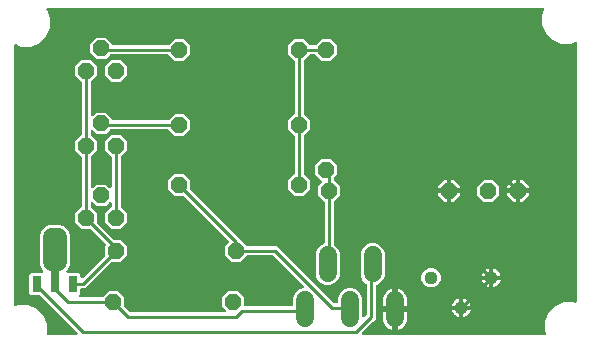
<source format=gbr>
G04 EAGLE Gerber RS-274X export*
G75*
%MOMM*%
%FSLAX34Y34*%
%LPD*%
%INTop Copper*%
%IPPOS*%
%AMOC8*
5,1,8,0,0,1.08239X$1,22.5*%
G01*
%ADD10P,1.429621X8X22.500000*%
%ADD11C,1.524000*%
%ADD12R,0.800000X1.400000*%
%ADD13R,0.800000X1.900000*%
%ADD14C,1.117600*%
%ADD15P,1.429621X8X112.500000*%
%ADD16P,1.429621X8X202.500000*%
%ADD17C,0.254000*%

G36*
X62803Y2558D02*
X62803Y2558D01*
X62942Y2571D01*
X62961Y2578D01*
X62981Y2581D01*
X63110Y2632D01*
X63241Y2679D01*
X63258Y2690D01*
X63277Y2698D01*
X63389Y2779D01*
X63505Y2857D01*
X63518Y2873D01*
X63534Y2884D01*
X63623Y2992D01*
X63715Y3096D01*
X63724Y3114D01*
X63737Y3129D01*
X63796Y3255D01*
X63860Y3379D01*
X63864Y3399D01*
X63873Y3417D01*
X63899Y3553D01*
X63929Y3689D01*
X63929Y3710D01*
X63933Y3729D01*
X63924Y3868D01*
X63920Y4007D01*
X63914Y4027D01*
X63913Y4047D01*
X63870Y4179D01*
X63831Y4313D01*
X63821Y4330D01*
X63815Y4349D01*
X63740Y4467D01*
X63670Y4587D01*
X63651Y4608D01*
X63645Y4618D01*
X63630Y4632D01*
X63563Y4707D01*
X32715Y35556D01*
X32637Y35616D01*
X32565Y35684D01*
X32512Y35713D01*
X32464Y35750D01*
X32373Y35790D01*
X32286Y35838D01*
X32228Y35853D01*
X32172Y35877D01*
X32074Y35892D01*
X31978Y35917D01*
X31878Y35923D01*
X31858Y35927D01*
X31846Y35925D01*
X31818Y35927D01*
X24662Y35927D01*
X23173Y37416D01*
X23173Y53520D01*
X24662Y55009D01*
X33770Y55009D01*
X33908Y55026D01*
X34046Y55039D01*
X34065Y55046D01*
X34085Y55049D01*
X34214Y55100D01*
X34345Y55147D01*
X34362Y55158D01*
X34381Y55166D01*
X34493Y55247D01*
X34608Y55325D01*
X34622Y55341D01*
X34638Y55352D01*
X34727Y55460D01*
X34819Y55564D01*
X34828Y55582D01*
X34841Y55597D01*
X34900Y55723D01*
X34963Y55847D01*
X34968Y55867D01*
X34976Y55885D01*
X35003Y56022D01*
X35033Y56157D01*
X35032Y56178D01*
X35036Y56197D01*
X35028Y56336D01*
X35023Y56475D01*
X35018Y56495D01*
X35017Y56515D01*
X34974Y56647D01*
X34935Y56781D01*
X34925Y56798D01*
X34918Y56817D01*
X34844Y56935D01*
X34773Y57055D01*
X34755Y57076D01*
X34748Y57086D01*
X34733Y57100D01*
X34667Y57175D01*
X33550Y58292D01*
X32003Y62027D01*
X32003Y87329D01*
X33550Y91064D01*
X36408Y93922D01*
X40143Y95469D01*
X49265Y95469D01*
X53000Y93922D01*
X55858Y91064D01*
X57405Y87329D01*
X57405Y62027D01*
X55858Y58292D01*
X54741Y57175D01*
X54656Y57066D01*
X54567Y56959D01*
X54558Y56940D01*
X54546Y56924D01*
X54491Y56797D01*
X54432Y56671D01*
X54428Y56651D01*
X54420Y56632D01*
X54398Y56494D01*
X54372Y56358D01*
X54373Y56338D01*
X54370Y56318D01*
X54383Y56179D01*
X54391Y56041D01*
X54398Y56022D01*
X54400Y56002D01*
X54447Y55870D01*
X54490Y55739D01*
X54500Y55721D01*
X54507Y55702D01*
X54585Y55587D01*
X54660Y55470D01*
X54674Y55456D01*
X54686Y55439D01*
X54790Y55347D01*
X54891Y55252D01*
X54909Y55242D01*
X54924Y55229D01*
X55048Y55165D01*
X55170Y55098D01*
X55189Y55093D01*
X55207Y55084D01*
X55343Y55054D01*
X55478Y55019D01*
X55506Y55017D01*
X55518Y55014D01*
X55538Y55015D01*
X55638Y55009D01*
X64746Y55009D01*
X66235Y53520D01*
X66235Y51828D01*
X66252Y51691D01*
X66265Y51552D01*
X66272Y51533D01*
X66275Y51513D01*
X66326Y51384D01*
X66373Y51253D01*
X66384Y51236D01*
X66392Y51217D01*
X66473Y51105D01*
X66551Y50989D01*
X66567Y50976D01*
X66578Y50960D01*
X66686Y50871D01*
X66790Y50779D01*
X66808Y50770D01*
X66823Y50757D01*
X66949Y50698D01*
X67073Y50634D01*
X67093Y50630D01*
X67111Y50621D01*
X67247Y50595D01*
X67383Y50565D01*
X67404Y50565D01*
X67423Y50561D01*
X67562Y50570D01*
X67701Y50574D01*
X67721Y50580D01*
X67741Y50581D01*
X67873Y50624D01*
X68007Y50663D01*
X68024Y50673D01*
X68043Y50679D01*
X68161Y50754D01*
X68281Y50824D01*
X68302Y50843D01*
X68312Y50849D01*
X68326Y50864D01*
X68401Y50931D01*
X87004Y69533D01*
X87064Y69611D01*
X87132Y69683D01*
X87161Y69736D01*
X87198Y69784D01*
X87238Y69875D01*
X87286Y69962D01*
X87301Y70020D01*
X87325Y70076D01*
X87340Y70174D01*
X87365Y70270D01*
X87371Y70370D01*
X87375Y70390D01*
X87373Y70402D01*
X87375Y70430D01*
X87375Y77448D01*
X87732Y77804D01*
X87804Y77898D01*
X87883Y77988D01*
X87894Y78009D01*
X87900Y78015D01*
X87906Y78029D01*
X87927Y78055D01*
X87974Y78165D01*
X88028Y78271D01*
X88037Y78310D01*
X88053Y78347D01*
X88072Y78465D01*
X88098Y78581D01*
X88096Y78621D01*
X88103Y78661D01*
X88092Y78780D01*
X88088Y78899D01*
X88077Y78938D01*
X88073Y78978D01*
X88033Y79090D01*
X88000Y79204D01*
X87979Y79239D01*
X87965Y79277D01*
X87898Y79376D01*
X87838Y79478D01*
X87798Y79524D01*
X87787Y79540D01*
X87771Y79554D01*
X87732Y79599D01*
X75247Y92084D01*
X75169Y92144D01*
X75097Y92212D01*
X75044Y92241D01*
X74996Y92278D01*
X74905Y92318D01*
X74818Y92366D01*
X74760Y92381D01*
X74704Y92405D01*
X74606Y92420D01*
X74510Y92445D01*
X74410Y92451D01*
X74390Y92455D01*
X74378Y92453D01*
X74350Y92455D01*
X67332Y92455D01*
X61975Y97812D01*
X61975Y105388D01*
X66938Y110350D01*
X66998Y110428D01*
X67066Y110500D01*
X67095Y110553D01*
X67132Y110601D01*
X67172Y110692D01*
X67220Y110779D01*
X67235Y110838D01*
X67259Y110893D01*
X67274Y110991D01*
X67299Y111087D01*
X67305Y111187D01*
X67309Y111207D01*
X67307Y111220D01*
X67309Y111248D01*
X67309Y152912D01*
X67297Y153011D01*
X67294Y153110D01*
X67277Y153168D01*
X67269Y153228D01*
X67233Y153320D01*
X67205Y153415D01*
X67175Y153467D01*
X67152Y153524D01*
X67094Y153604D01*
X67044Y153689D01*
X66978Y153764D01*
X66966Y153781D01*
X66956Y153789D01*
X66938Y153810D01*
X61975Y158772D01*
X61975Y166348D01*
X66938Y171310D01*
X66998Y171388D01*
X67066Y171460D01*
X67095Y171513D01*
X67132Y171561D01*
X67172Y171652D01*
X67220Y171739D01*
X67235Y171798D01*
X67259Y171853D01*
X67274Y171951D01*
X67299Y172047D01*
X67305Y172147D01*
X67309Y172167D01*
X67307Y172180D01*
X67309Y172208D01*
X67309Y216412D01*
X67297Y216511D01*
X67294Y216610D01*
X67277Y216668D01*
X67269Y216728D01*
X67233Y216820D01*
X67205Y216915D01*
X67175Y216967D01*
X67152Y217024D01*
X67094Y217104D01*
X67044Y217189D01*
X66978Y217264D01*
X66966Y217281D01*
X66956Y217289D01*
X66938Y217310D01*
X61975Y222272D01*
X61975Y229848D01*
X67332Y235205D01*
X74908Y235205D01*
X80265Y229848D01*
X80265Y222272D01*
X75302Y217310D01*
X75242Y217232D01*
X75174Y217160D01*
X75145Y217107D01*
X75108Y217059D01*
X75068Y216968D01*
X75020Y216881D01*
X75005Y216822D01*
X74981Y216767D01*
X74966Y216669D01*
X74941Y216573D01*
X74935Y216473D01*
X74931Y216453D01*
X74933Y216440D01*
X74931Y216412D01*
X74931Y188718D01*
X74948Y188580D01*
X74961Y188441D01*
X74968Y188422D01*
X74971Y188402D01*
X75022Y188273D01*
X75069Y188142D01*
X75080Y188125D01*
X75088Y188106D01*
X75169Y187994D01*
X75247Y187879D01*
X75263Y187865D01*
X75274Y187849D01*
X75382Y187760D01*
X75486Y187668D01*
X75504Y187659D01*
X75519Y187646D01*
X75645Y187587D01*
X75769Y187524D01*
X75789Y187519D01*
X75807Y187511D01*
X75943Y187485D01*
X76079Y187454D01*
X76100Y187455D01*
X76119Y187451D01*
X76258Y187459D01*
X76397Y187464D01*
X76417Y187469D01*
X76437Y187471D01*
X76569Y187513D01*
X76703Y187552D01*
X76720Y187562D01*
X76739Y187569D01*
X76857Y187643D01*
X76977Y187714D01*
X76998Y187732D01*
X77008Y187739D01*
X77022Y187754D01*
X77097Y187820D01*
X80032Y190755D01*
X87608Y190755D01*
X92968Y185395D01*
X92980Y185302D01*
X92987Y185183D01*
X93000Y185145D01*
X93005Y185104D01*
X93048Y184994D01*
X93085Y184881D01*
X93107Y184846D01*
X93122Y184809D01*
X93191Y184713D01*
X93255Y184612D01*
X93285Y184584D01*
X93308Y184551D01*
X93400Y184475D01*
X93487Y184394D01*
X93522Y184374D01*
X93553Y184349D01*
X93661Y184298D01*
X93765Y184240D01*
X93805Y184230D01*
X93841Y184213D01*
X93958Y184191D01*
X94073Y184161D01*
X94133Y184157D01*
X94153Y184153D01*
X94174Y184155D01*
X94234Y184151D01*
X140212Y184151D01*
X140311Y184163D01*
X140410Y184166D01*
X140468Y184183D01*
X140528Y184191D01*
X140620Y184227D01*
X140715Y184255D01*
X140767Y184285D01*
X140824Y184308D01*
X140904Y184366D01*
X140989Y184416D01*
X141064Y184482D01*
X141081Y184494D01*
X141089Y184504D01*
X141110Y184522D01*
X146072Y189485D01*
X153648Y189485D01*
X159005Y184128D01*
X159005Y176552D01*
X153648Y171195D01*
X146072Y171195D01*
X141110Y176158D01*
X141032Y176218D01*
X140960Y176286D01*
X140907Y176315D01*
X140859Y176352D01*
X140768Y176392D01*
X140681Y176440D01*
X140622Y176455D01*
X140567Y176479D01*
X140469Y176494D01*
X140373Y176519D01*
X140273Y176525D01*
X140253Y176529D01*
X140240Y176527D01*
X140212Y176529D01*
X92198Y176529D01*
X92099Y176517D01*
X92000Y176514D01*
X91942Y176497D01*
X91882Y176489D01*
X91790Y176453D01*
X91695Y176425D01*
X91643Y176395D01*
X91586Y176372D01*
X91506Y176314D01*
X91421Y176264D01*
X91346Y176198D01*
X91329Y176186D01*
X91321Y176176D01*
X91300Y176158D01*
X87608Y172465D01*
X80032Y172465D01*
X77097Y175400D01*
X76988Y175485D01*
X76881Y175574D01*
X76862Y175582D01*
X76846Y175595D01*
X76718Y175650D01*
X76593Y175709D01*
X76573Y175713D01*
X76554Y175721D01*
X76416Y175743D01*
X76280Y175769D01*
X76260Y175768D01*
X76240Y175771D01*
X76101Y175758D01*
X75963Y175749D01*
X75944Y175743D01*
X75924Y175741D01*
X75792Y175694D01*
X75661Y175651D01*
X75643Y175641D01*
X75624Y175634D01*
X75509Y175556D01*
X75392Y175481D01*
X75378Y175466D01*
X75361Y175455D01*
X75269Y175351D01*
X75174Y175250D01*
X75164Y175232D01*
X75151Y175217D01*
X75087Y175093D01*
X75020Y174971D01*
X75015Y174952D01*
X75006Y174933D01*
X74976Y174798D01*
X74941Y174663D01*
X74939Y174635D01*
X74936Y174623D01*
X74937Y174603D01*
X74931Y174502D01*
X74931Y172208D01*
X74943Y172109D01*
X74946Y172010D01*
X74963Y171952D01*
X74971Y171892D01*
X75007Y171800D01*
X75035Y171705D01*
X75065Y171653D01*
X75088Y171596D01*
X75146Y171516D01*
X75196Y171431D01*
X75262Y171356D01*
X75274Y171339D01*
X75284Y171331D01*
X75302Y171310D01*
X80265Y166348D01*
X80265Y158772D01*
X75302Y153810D01*
X75242Y153732D01*
X75174Y153660D01*
X75145Y153607D01*
X75108Y153559D01*
X75068Y153468D01*
X75020Y153381D01*
X75005Y153322D01*
X74981Y153267D01*
X74966Y153169D01*
X74941Y153073D01*
X74935Y152973D01*
X74931Y152953D01*
X74933Y152940D01*
X74931Y152912D01*
X74931Y127758D01*
X74948Y127620D01*
X74961Y127481D01*
X74968Y127462D01*
X74971Y127442D01*
X75022Y127313D01*
X75069Y127182D01*
X75080Y127165D01*
X75088Y127146D01*
X75169Y127034D01*
X75247Y126919D01*
X75263Y126905D01*
X75274Y126889D01*
X75382Y126800D01*
X75486Y126708D01*
X75504Y126699D01*
X75519Y126686D01*
X75645Y126627D01*
X75769Y126564D01*
X75789Y126559D01*
X75807Y126551D01*
X75943Y126525D01*
X76079Y126494D01*
X76100Y126495D01*
X76119Y126491D01*
X76258Y126499D01*
X76397Y126504D01*
X76417Y126509D01*
X76437Y126511D01*
X76569Y126553D01*
X76703Y126592D01*
X76720Y126602D01*
X76739Y126609D01*
X76857Y126683D01*
X76977Y126754D01*
X76998Y126772D01*
X77008Y126779D01*
X77022Y126794D01*
X77097Y126860D01*
X80032Y129795D01*
X87608Y129795D01*
X90543Y126860D01*
X90652Y126775D01*
X90759Y126686D01*
X90778Y126678D01*
X90794Y126665D01*
X90922Y126610D01*
X91047Y126551D01*
X91067Y126547D01*
X91086Y126539D01*
X91224Y126517D01*
X91360Y126491D01*
X91380Y126492D01*
X91400Y126489D01*
X91539Y126502D01*
X91677Y126511D01*
X91696Y126517D01*
X91716Y126519D01*
X91848Y126566D01*
X91979Y126609D01*
X91997Y126619D01*
X92016Y126626D01*
X92131Y126704D01*
X92248Y126779D01*
X92262Y126794D01*
X92279Y126805D01*
X92371Y126909D01*
X92466Y127010D01*
X92476Y127028D01*
X92489Y127043D01*
X92553Y127167D01*
X92620Y127289D01*
X92625Y127308D01*
X92634Y127327D01*
X92664Y127462D01*
X92699Y127597D01*
X92701Y127625D01*
X92704Y127637D01*
X92703Y127657D01*
X92709Y127758D01*
X92709Y152912D01*
X92697Y153011D01*
X92694Y153110D01*
X92677Y153168D01*
X92669Y153228D01*
X92633Y153320D01*
X92605Y153415D01*
X92575Y153467D01*
X92552Y153524D01*
X92494Y153604D01*
X92444Y153689D01*
X92378Y153764D01*
X92366Y153781D01*
X92356Y153789D01*
X92338Y153810D01*
X87375Y158772D01*
X87375Y166348D01*
X92732Y171705D01*
X100308Y171705D01*
X105665Y166348D01*
X105665Y158772D01*
X100702Y153810D01*
X100642Y153732D01*
X100574Y153660D01*
X100545Y153607D01*
X100508Y153559D01*
X100468Y153468D01*
X100420Y153381D01*
X100405Y153322D01*
X100381Y153267D01*
X100366Y153169D01*
X100341Y153073D01*
X100335Y152973D01*
X100331Y152953D01*
X100333Y152940D01*
X100331Y152912D01*
X100331Y111248D01*
X100343Y111149D01*
X100346Y111050D01*
X100363Y110992D01*
X100371Y110932D01*
X100407Y110840D01*
X100435Y110745D01*
X100465Y110693D01*
X100488Y110636D01*
X100546Y110556D01*
X100596Y110471D01*
X100662Y110396D01*
X100674Y110379D01*
X100684Y110371D01*
X100702Y110350D01*
X105665Y105388D01*
X105665Y97812D01*
X100308Y92455D01*
X92732Y92455D01*
X87375Y97812D01*
X87375Y105388D01*
X92338Y110350D01*
X92398Y110428D01*
X92466Y110500D01*
X92495Y110553D01*
X92532Y110601D01*
X92572Y110692D01*
X92620Y110779D01*
X92635Y110838D01*
X92659Y110893D01*
X92674Y110991D01*
X92699Y111087D01*
X92705Y111187D01*
X92709Y111207D01*
X92707Y111220D01*
X92709Y111248D01*
X92709Y113542D01*
X92692Y113680D01*
X92679Y113819D01*
X92672Y113838D01*
X92669Y113858D01*
X92618Y113987D01*
X92571Y114118D01*
X92560Y114135D01*
X92552Y114154D01*
X92471Y114266D01*
X92393Y114381D01*
X92377Y114395D01*
X92366Y114411D01*
X92258Y114500D01*
X92154Y114592D01*
X92136Y114601D01*
X92121Y114614D01*
X91995Y114673D01*
X91871Y114736D01*
X91851Y114741D01*
X91833Y114749D01*
X91697Y114775D01*
X91561Y114806D01*
X91540Y114805D01*
X91521Y114809D01*
X91382Y114801D01*
X91243Y114796D01*
X91223Y114791D01*
X91203Y114789D01*
X91071Y114747D01*
X90937Y114708D01*
X90920Y114698D01*
X90901Y114691D01*
X90783Y114617D01*
X90663Y114546D01*
X90642Y114528D01*
X90632Y114521D01*
X90618Y114506D01*
X90543Y114440D01*
X87608Y111505D01*
X80032Y111505D01*
X77097Y114440D01*
X76988Y114525D01*
X76881Y114614D01*
X76862Y114622D01*
X76846Y114635D01*
X76718Y114690D01*
X76593Y114749D01*
X76573Y114753D01*
X76554Y114761D01*
X76416Y114783D01*
X76280Y114809D01*
X76260Y114808D01*
X76240Y114811D01*
X76101Y114798D01*
X75963Y114789D01*
X75944Y114783D01*
X75924Y114781D01*
X75792Y114734D01*
X75661Y114691D01*
X75643Y114681D01*
X75624Y114674D01*
X75509Y114596D01*
X75392Y114521D01*
X75378Y114506D01*
X75361Y114495D01*
X75269Y114391D01*
X75174Y114290D01*
X75164Y114272D01*
X75151Y114257D01*
X75087Y114133D01*
X75020Y114011D01*
X75015Y113992D01*
X75006Y113973D01*
X74976Y113838D01*
X74941Y113703D01*
X74939Y113675D01*
X74936Y113663D01*
X74937Y113643D01*
X74931Y113542D01*
X74931Y111248D01*
X74943Y111149D01*
X74946Y111050D01*
X74963Y110992D01*
X74971Y110932D01*
X75007Y110840D01*
X75035Y110745D01*
X75065Y110693D01*
X75088Y110636D01*
X75146Y110556D01*
X75196Y110471D01*
X75262Y110396D01*
X75274Y110379D01*
X75284Y110371D01*
X75302Y110350D01*
X80265Y105388D01*
X80265Y98370D01*
X80277Y98272D01*
X80280Y98173D01*
X80297Y98115D01*
X80305Y98055D01*
X80341Y97963D01*
X80369Y97867D01*
X80399Y97815D01*
X80422Y97759D01*
X80480Y97679D01*
X80530Y97594D01*
X80596Y97518D01*
X80608Y97502D01*
X80618Y97494D01*
X80636Y97473D01*
X94933Y83176D01*
X95011Y83116D01*
X95083Y83048D01*
X95136Y83019D01*
X95184Y82982D01*
X95275Y82942D01*
X95362Y82894D01*
X95420Y82879D01*
X95476Y82855D01*
X95574Y82840D01*
X95670Y82815D01*
X95770Y82809D01*
X95790Y82805D01*
X95802Y82807D01*
X95830Y82805D01*
X100308Y82805D01*
X105665Y77448D01*
X105665Y69872D01*
X100308Y64515D01*
X93290Y64515D01*
X93192Y64503D01*
X93093Y64500D01*
X93035Y64483D01*
X92975Y64475D01*
X92883Y64439D01*
X92787Y64411D01*
X92735Y64381D01*
X92679Y64358D01*
X92599Y64300D01*
X92514Y64250D01*
X92438Y64184D01*
X92422Y64172D01*
X92414Y64162D01*
X92393Y64144D01*
X70158Y41909D01*
X67504Y41909D01*
X67386Y41894D01*
X67267Y41887D01*
X67229Y41874D01*
X67188Y41869D01*
X67078Y41826D01*
X66965Y41789D01*
X66930Y41767D01*
X66893Y41752D01*
X66797Y41683D01*
X66696Y41619D01*
X66668Y41589D01*
X66635Y41566D01*
X66559Y41474D01*
X66478Y41387D01*
X66458Y41352D01*
X66433Y41321D01*
X66382Y41213D01*
X66324Y41109D01*
X66314Y41069D01*
X66297Y41033D01*
X66275Y40916D01*
X66245Y40801D01*
X66241Y40741D01*
X66237Y40721D01*
X66238Y40704D01*
X66237Y40699D01*
X66238Y40689D01*
X66235Y40640D01*
X66235Y37416D01*
X65277Y36457D01*
X65192Y36348D01*
X65103Y36241D01*
X65094Y36222D01*
X65082Y36206D01*
X65026Y36079D01*
X64967Y35953D01*
X64963Y35933D01*
X64955Y35914D01*
X64933Y35776D01*
X64907Y35640D01*
X64909Y35620D01*
X64905Y35600D01*
X64919Y35461D01*
X64927Y35323D01*
X64933Y35304D01*
X64935Y35284D01*
X64982Y35152D01*
X65025Y35021D01*
X65036Y35003D01*
X65043Y34984D01*
X65121Y34869D01*
X65195Y34752D01*
X65210Y34738D01*
X65221Y34721D01*
X65326Y34629D01*
X65427Y34534D01*
X65445Y34524D01*
X65460Y34511D01*
X65584Y34447D01*
X65705Y34380D01*
X65725Y34375D01*
X65743Y34366D01*
X65879Y34336D01*
X66013Y34301D01*
X66041Y34299D01*
X66053Y34296D01*
X66074Y34297D01*
X66174Y34291D01*
X84332Y34291D01*
X84431Y34303D01*
X84530Y34306D01*
X84588Y34323D01*
X84648Y34331D01*
X84740Y34367D01*
X84835Y34395D01*
X84887Y34425D01*
X84944Y34448D01*
X85024Y34506D01*
X85109Y34556D01*
X85184Y34622D01*
X85201Y34634D01*
X85209Y34644D01*
X85230Y34662D01*
X90192Y39625D01*
X97768Y39625D01*
X103125Y34268D01*
X103125Y27250D01*
X103137Y27152D01*
X103140Y27053D01*
X103157Y26995D01*
X103165Y26935D01*
X103201Y26843D01*
X103229Y26747D01*
X103259Y26695D01*
X103282Y26639D01*
X103340Y26559D01*
X103390Y26474D01*
X103456Y26398D01*
X103468Y26382D01*
X103478Y26374D01*
X103496Y26353D01*
X107887Y21962D01*
X107965Y21902D01*
X108037Y21834D01*
X108090Y21805D01*
X108138Y21768D01*
X108229Y21728D01*
X108316Y21680D01*
X108374Y21665D01*
X108430Y21641D01*
X108528Y21626D01*
X108624Y21601D01*
X108724Y21595D01*
X108744Y21591D01*
X108756Y21593D01*
X108784Y21591D01*
X188472Y21591D01*
X188610Y21608D01*
X188749Y21621D01*
X188768Y21628D01*
X188788Y21631D01*
X188917Y21682D01*
X189048Y21729D01*
X189065Y21740D01*
X189084Y21748D01*
X189196Y21829D01*
X189311Y21907D01*
X189325Y21923D01*
X189341Y21934D01*
X189430Y22042D01*
X189522Y22146D01*
X189531Y22164D01*
X189544Y22179D01*
X189603Y22305D01*
X189666Y22429D01*
X189671Y22449D01*
X189679Y22467D01*
X189705Y22603D01*
X189736Y22739D01*
X189735Y22760D01*
X189739Y22779D01*
X189731Y22918D01*
X189726Y23057D01*
X189721Y23077D01*
X189719Y23097D01*
X189677Y23229D01*
X189638Y23363D01*
X189628Y23380D01*
X189621Y23399D01*
X189547Y23517D01*
X189476Y23637D01*
X189458Y23658D01*
X189451Y23668D01*
X189436Y23682D01*
X189370Y23757D01*
X186435Y26692D01*
X186435Y34268D01*
X191792Y39625D01*
X199368Y39625D01*
X204725Y34268D01*
X204725Y27940D01*
X204740Y27822D01*
X204747Y27703D01*
X204760Y27665D01*
X204765Y27624D01*
X204808Y27514D01*
X204845Y27401D01*
X204867Y27366D01*
X204882Y27329D01*
X204951Y27233D01*
X205015Y27132D01*
X205045Y27104D01*
X205068Y27071D01*
X205160Y26995D01*
X205247Y26914D01*
X205282Y26894D01*
X205313Y26869D01*
X205421Y26818D01*
X205525Y26760D01*
X205565Y26750D01*
X205601Y26733D01*
X205718Y26711D01*
X205833Y26681D01*
X205893Y26677D01*
X205913Y26673D01*
X205934Y26675D01*
X205994Y26671D01*
X245110Y26671D01*
X245228Y26686D01*
X245347Y26693D01*
X245385Y26706D01*
X245426Y26711D01*
X245536Y26754D01*
X245649Y26791D01*
X245684Y26813D01*
X245721Y26828D01*
X245817Y26897D01*
X245918Y26961D01*
X245946Y26991D01*
X245979Y27014D01*
X246055Y27106D01*
X246136Y27193D01*
X246156Y27228D01*
X246181Y27259D01*
X246232Y27367D01*
X246290Y27471D01*
X246300Y27511D01*
X246317Y27547D01*
X246339Y27664D01*
X246369Y27779D01*
X246373Y27839D01*
X246377Y27859D01*
X246375Y27880D01*
X246379Y27940D01*
X246379Y33771D01*
X247926Y37506D01*
X250784Y40364D01*
X254555Y41926D01*
X254573Y41928D01*
X254712Y41941D01*
X254731Y41948D01*
X254751Y41951D01*
X254880Y42002D01*
X255011Y42049D01*
X255028Y42060D01*
X255047Y42068D01*
X255159Y42149D01*
X255275Y42227D01*
X255288Y42243D01*
X255304Y42254D01*
X255393Y42362D01*
X255485Y42466D01*
X255494Y42484D01*
X255507Y42499D01*
X255566Y42625D01*
X255630Y42749D01*
X255634Y42769D01*
X255643Y42787D01*
X255669Y42923D01*
X255699Y43059D01*
X255699Y43080D01*
X255703Y43099D01*
X255694Y43238D01*
X255690Y43377D01*
X255684Y43397D01*
X255683Y43417D01*
X255640Y43549D01*
X255601Y43683D01*
X255591Y43700D01*
X255585Y43719D01*
X255510Y43837D01*
X255440Y43957D01*
X255421Y43978D01*
X255415Y43988D01*
X255400Y44002D01*
X255333Y44077D01*
X229933Y69478D01*
X229855Y69538D01*
X229783Y69606D01*
X229730Y69635D01*
X229682Y69672D01*
X229591Y69712D01*
X229504Y69760D01*
X229446Y69775D01*
X229390Y69799D01*
X229292Y69814D01*
X229196Y69839D01*
X229096Y69845D01*
X229076Y69849D01*
X229064Y69847D01*
X229036Y69849D01*
X207768Y69849D01*
X207669Y69837D01*
X207570Y69834D01*
X207512Y69817D01*
X207452Y69809D01*
X207360Y69773D01*
X207265Y69745D01*
X207213Y69715D01*
X207156Y69692D01*
X207076Y69634D01*
X206991Y69584D01*
X206916Y69518D01*
X206899Y69506D01*
X206891Y69496D01*
X206870Y69478D01*
X201908Y64515D01*
X194332Y64515D01*
X188975Y69872D01*
X188975Y77448D01*
X191872Y80344D01*
X191945Y80438D01*
X192023Y80528D01*
X192035Y80550D01*
X192038Y80554D01*
X192044Y80566D01*
X192067Y80595D01*
X192114Y80705D01*
X192168Y80811D01*
X192177Y80850D01*
X192193Y80887D01*
X192212Y81005D01*
X192238Y81121D01*
X192236Y81161D01*
X192243Y81201D01*
X192232Y81320D01*
X192228Y81439D01*
X192217Y81478D01*
X192213Y81518D01*
X192173Y81630D01*
X192140Y81744D01*
X192119Y81779D01*
X192105Y81817D01*
X192039Y81916D01*
X191978Y82018D01*
X191938Y82064D01*
X191927Y82080D01*
X191912Y82094D01*
X191872Y82139D01*
X153987Y120024D01*
X153909Y120084D01*
X153837Y120152D01*
X153784Y120181D01*
X153736Y120218D01*
X153645Y120258D01*
X153558Y120306D01*
X153500Y120321D01*
X153444Y120345D01*
X153346Y120360D01*
X153251Y120385D01*
X153150Y120391D01*
X153130Y120395D01*
X153118Y120393D01*
X153090Y120395D01*
X146072Y120395D01*
X140715Y125752D01*
X140715Y133328D01*
X146072Y138685D01*
X153648Y138685D01*
X159005Y133328D01*
X159005Y126310D01*
X159017Y126212D01*
X159020Y126113D01*
X159037Y126055D01*
X159045Y125995D01*
X159081Y125903D01*
X159109Y125807D01*
X159139Y125755D01*
X159162Y125699D01*
X159220Y125619D01*
X159270Y125534D01*
X159336Y125458D01*
X159348Y125442D01*
X159358Y125434D01*
X159376Y125413D01*
X202084Y82705D01*
X202088Y82696D01*
X202146Y82616D01*
X202196Y82531D01*
X202262Y82456D01*
X202274Y82439D01*
X202284Y82431D01*
X202302Y82410D01*
X206870Y77842D01*
X206948Y77782D01*
X207020Y77714D01*
X207073Y77685D01*
X207121Y77648D01*
X207212Y77608D01*
X207299Y77560D01*
X207358Y77545D01*
X207413Y77521D01*
X207511Y77506D01*
X207607Y77481D01*
X207707Y77475D01*
X207727Y77471D01*
X207740Y77473D01*
X207768Y77471D01*
X232718Y77471D01*
X280607Y29582D01*
X280685Y29522D01*
X280757Y29454D01*
X280810Y29425D01*
X280858Y29388D01*
X280949Y29348D01*
X281036Y29300D01*
X281094Y29285D01*
X281150Y29261D01*
X281248Y29246D01*
X281344Y29221D01*
X281444Y29215D01*
X281464Y29211D01*
X281476Y29213D01*
X281504Y29211D01*
X283210Y29211D01*
X283328Y29226D01*
X283447Y29233D01*
X283485Y29246D01*
X283526Y29251D01*
X283636Y29294D01*
X283749Y29331D01*
X283784Y29353D01*
X283821Y29368D01*
X283917Y29437D01*
X284018Y29501D01*
X284046Y29531D01*
X284079Y29554D01*
X284155Y29646D01*
X284236Y29733D01*
X284256Y29768D01*
X284281Y29799D01*
X284332Y29907D01*
X284390Y30011D01*
X284400Y30051D01*
X284417Y30087D01*
X284439Y30204D01*
X284469Y30319D01*
X284473Y30379D01*
X284477Y30399D01*
X284475Y30420D01*
X284479Y30480D01*
X284479Y33771D01*
X286026Y37506D01*
X288884Y40364D01*
X292619Y41911D01*
X296661Y41911D01*
X300396Y40364D01*
X303254Y37506D01*
X304801Y33771D01*
X304801Y18614D01*
X304818Y18476D01*
X304831Y18338D01*
X304838Y18319D01*
X304841Y18299D01*
X304892Y18170D01*
X304939Y18038D01*
X304950Y18022D01*
X304958Y18003D01*
X305039Y17891D01*
X305117Y17775D01*
X305133Y17762D01*
X305144Y17746D01*
X305252Y17657D01*
X305356Y17565D01*
X305374Y17556D01*
X305389Y17543D01*
X305515Y17484D01*
X305639Y17420D01*
X305659Y17416D01*
X305677Y17407D01*
X305814Y17381D01*
X305949Y17351D01*
X305970Y17351D01*
X305989Y17347D01*
X306128Y17356D01*
X306267Y17360D01*
X306287Y17366D01*
X306307Y17367D01*
X306439Y17410D01*
X306573Y17449D01*
X306590Y17459D01*
X306609Y17465D01*
X306727Y17540D01*
X306847Y17610D01*
X306868Y17629D01*
X306878Y17635D01*
X306892Y17650D01*
X306967Y17717D01*
X308238Y18987D01*
X308298Y19065D01*
X308366Y19137D01*
X308395Y19190D01*
X308432Y19238D01*
X308472Y19329D01*
X308520Y19416D01*
X308535Y19474D01*
X308559Y19530D01*
X308574Y19628D01*
X308599Y19724D01*
X308605Y19824D01*
X308609Y19844D01*
X308607Y19856D01*
X308609Y19884D01*
X308609Y44869D01*
X308606Y44898D01*
X308608Y44927D01*
X308586Y45055D01*
X308569Y45184D01*
X308559Y45212D01*
X308553Y45241D01*
X308500Y45359D01*
X308452Y45480D01*
X308435Y45504D01*
X308423Y45531D01*
X308342Y45632D01*
X308266Y45737D01*
X308243Y45756D01*
X308224Y45779D01*
X308121Y45857D01*
X308021Y45940D01*
X307994Y45952D01*
X307970Y45970D01*
X307951Y45980D01*
X305076Y48854D01*
X303529Y52589D01*
X303529Y71871D01*
X305076Y75606D01*
X307934Y78464D01*
X311669Y80011D01*
X315711Y80011D01*
X319446Y78464D01*
X322304Y75606D01*
X323851Y71871D01*
X323851Y52589D01*
X322304Y48854D01*
X319446Y45996D01*
X317014Y44989D01*
X316989Y44974D01*
X316961Y44965D01*
X316851Y44896D01*
X316738Y44832D01*
X316717Y44811D01*
X316692Y44795D01*
X316603Y44701D01*
X316510Y44610D01*
X316494Y44585D01*
X316474Y44564D01*
X316411Y44450D01*
X316343Y44339D01*
X316335Y44311D01*
X316320Y44285D01*
X316288Y44159D01*
X316250Y44035D01*
X316248Y44006D01*
X316241Y43977D01*
X316231Y43816D01*
X316231Y16202D01*
X313627Y13598D01*
X304737Y4707D01*
X304651Y4598D01*
X304563Y4491D01*
X304554Y4472D01*
X304542Y4456D01*
X304486Y4328D01*
X304427Y4203D01*
X304423Y4183D01*
X304415Y4164D01*
X304393Y4026D01*
X304367Y3890D01*
X304369Y3870D01*
X304366Y3850D01*
X304379Y3711D01*
X304387Y3573D01*
X304393Y3554D01*
X304395Y3534D01*
X304443Y3402D01*
X304485Y3271D01*
X304496Y3253D01*
X304503Y3234D01*
X304581Y3119D01*
X304655Y3002D01*
X304670Y2988D01*
X304682Y2971D01*
X304786Y2879D01*
X304887Y2784D01*
X304905Y2774D01*
X304920Y2761D01*
X305044Y2697D01*
X305166Y2630D01*
X305185Y2625D01*
X305203Y2616D01*
X305339Y2586D01*
X305473Y2551D01*
X305502Y2549D01*
X305513Y2546D01*
X305534Y2547D01*
X305634Y2541D01*
X459495Y2541D01*
X459544Y2547D01*
X459594Y2545D01*
X459701Y2567D01*
X459810Y2581D01*
X459856Y2599D01*
X459905Y2609D01*
X460004Y2657D01*
X460106Y2698D01*
X460146Y2727D01*
X460191Y2749D01*
X460274Y2820D01*
X460363Y2884D01*
X460395Y2923D01*
X460433Y2955D01*
X460496Y3045D01*
X460566Y3129D01*
X460587Y3174D01*
X460616Y3215D01*
X460655Y3318D01*
X460702Y3417D01*
X460711Y3466D01*
X460729Y3512D01*
X460741Y3622D01*
X460761Y3729D01*
X460758Y3779D01*
X460764Y3828D01*
X460748Y3937D01*
X460742Y4047D01*
X460726Y4094D01*
X460719Y4143D01*
X460667Y4296D01*
X459899Y6150D01*
X459899Y14170D01*
X462969Y21580D01*
X468640Y27251D01*
X476050Y30321D01*
X484070Y30321D01*
X485164Y29868D01*
X485212Y29854D01*
X485257Y29833D01*
X485365Y29813D01*
X485471Y29784D01*
X485521Y29783D01*
X485570Y29773D01*
X485679Y29780D01*
X485789Y29779D01*
X485837Y29790D01*
X485887Y29793D01*
X485991Y29827D01*
X486098Y29853D01*
X486142Y29876D01*
X486189Y29891D01*
X486282Y29950D01*
X486379Y30001D01*
X486416Y30035D01*
X486458Y30061D01*
X486533Y30141D01*
X486615Y30215D01*
X486642Y30257D01*
X486676Y30293D01*
X486729Y30389D01*
X486789Y30481D01*
X486806Y30528D01*
X486830Y30572D01*
X486857Y30678D01*
X486893Y30782D01*
X486897Y30831D01*
X486909Y30879D01*
X486919Y31040D01*
X486919Y249412D01*
X486913Y249461D01*
X486915Y249511D01*
X486893Y249618D01*
X486879Y249727D01*
X486861Y249774D01*
X486851Y249822D01*
X486803Y249921D01*
X486762Y250023D01*
X486733Y250063D01*
X486711Y250108D01*
X486640Y250191D01*
X486576Y250281D01*
X486537Y250312D01*
X486505Y250350D01*
X486415Y250413D01*
X486331Y250483D01*
X486286Y250505D01*
X486245Y250533D01*
X486142Y250572D01*
X486043Y250619D01*
X485994Y250628D01*
X485948Y250646D01*
X485838Y250658D01*
X485731Y250679D01*
X485681Y250676D01*
X485632Y250681D01*
X485523Y250666D01*
X485413Y250659D01*
X485366Y250644D01*
X485317Y250637D01*
X485164Y250585D01*
X481530Y249079D01*
X473510Y249079D01*
X466100Y252149D01*
X460429Y257820D01*
X457359Y265230D01*
X457359Y273250D01*
X459138Y277544D01*
X459146Y277574D01*
X459147Y277575D01*
X459147Y277577D01*
X459151Y277592D01*
X459172Y277637D01*
X459193Y277745D01*
X459222Y277851D01*
X459223Y277901D01*
X459232Y277950D01*
X459225Y278059D01*
X459227Y278169D01*
X459215Y278217D01*
X459212Y278267D01*
X459178Y278371D01*
X459153Y278478D01*
X459130Y278522D01*
X459114Y278569D01*
X459055Y278662D01*
X459004Y278759D01*
X458971Y278796D01*
X458944Y278838D01*
X458864Y278913D01*
X458790Y278995D01*
X458749Y279022D01*
X458712Y279056D01*
X458616Y279109D01*
X458524Y279169D01*
X458477Y279186D01*
X458434Y279210D01*
X458328Y279237D01*
X458224Y279273D01*
X458174Y279277D01*
X458126Y279289D01*
X457965Y279299D01*
X38823Y279299D01*
X38773Y279293D01*
X38724Y279295D01*
X38616Y279273D01*
X38507Y279259D01*
X38461Y279241D01*
X38412Y279231D01*
X38313Y279183D01*
X38211Y279142D01*
X38171Y279113D01*
X38127Y279091D01*
X38043Y279020D01*
X37954Y278956D01*
X37922Y278917D01*
X37885Y278885D01*
X37821Y278795D01*
X37751Y278711D01*
X37730Y278666D01*
X37701Y278625D01*
X37662Y278522D01*
X37616Y278423D01*
X37606Y278374D01*
X37589Y278328D01*
X37577Y278218D01*
X37556Y278111D01*
X37559Y278061D01*
X37553Y278012D01*
X37569Y277903D01*
X37576Y277793D01*
X37591Y277746D01*
X37598Y277697D01*
X37650Y277544D01*
X40481Y270710D01*
X40481Y262690D01*
X37411Y255280D01*
X31740Y249609D01*
X24330Y246539D01*
X16310Y246539D01*
X11916Y248359D01*
X11868Y248372D01*
X11823Y248394D01*
X11715Y248414D01*
X11609Y248443D01*
X11559Y248444D01*
X11510Y248453D01*
X11401Y248447D01*
X11291Y248448D01*
X11243Y248437D01*
X11193Y248434D01*
X11089Y248400D01*
X10982Y248374D01*
X10938Y248351D01*
X10891Y248336D01*
X10798Y248277D01*
X10701Y248225D01*
X10664Y248192D01*
X10622Y248165D01*
X10547Y248085D01*
X10465Y248012D01*
X10438Y247970D01*
X10404Y247934D01*
X10351Y247838D01*
X10291Y247746D01*
X10274Y247699D01*
X10250Y247655D01*
X10223Y247549D01*
X10187Y247445D01*
X10183Y247395D01*
X10171Y247347D01*
X10161Y247187D01*
X10161Y28185D01*
X10167Y28136D01*
X10165Y28086D01*
X10187Y27979D01*
X10201Y27870D01*
X10219Y27824D01*
X10229Y27775D01*
X10277Y27676D01*
X10318Y27574D01*
X10347Y27534D01*
X10369Y27489D01*
X10440Y27406D01*
X10504Y27317D01*
X10543Y27285D01*
X10575Y27247D01*
X10665Y27184D01*
X10749Y27114D01*
X10794Y27093D01*
X10835Y27064D01*
X10938Y27025D01*
X11037Y26978D01*
X11086Y26969D01*
X11132Y26951D01*
X11242Y26939D01*
X11349Y26919D01*
X11399Y26922D01*
X11448Y26916D01*
X11557Y26932D01*
X11667Y26938D01*
X11714Y26954D01*
X11763Y26961D01*
X11916Y27013D01*
X13770Y27781D01*
X21790Y27781D01*
X29200Y24711D01*
X34871Y19040D01*
X37941Y11630D01*
X37941Y3810D01*
X37956Y3692D01*
X37963Y3573D01*
X37976Y3535D01*
X37981Y3494D01*
X38024Y3384D01*
X38061Y3271D01*
X38083Y3236D01*
X38098Y3199D01*
X38167Y3103D01*
X38231Y3002D01*
X38261Y2974D01*
X38284Y2941D01*
X38376Y2865D01*
X38463Y2784D01*
X38498Y2764D01*
X38529Y2739D01*
X38637Y2688D01*
X38741Y2630D01*
X38781Y2620D01*
X38817Y2603D01*
X38934Y2581D01*
X39049Y2551D01*
X39109Y2547D01*
X39129Y2543D01*
X39150Y2545D01*
X39210Y2541D01*
X62666Y2541D01*
X62803Y2558D01*
G37*
%LPC*%
G36*
X247672Y120395D02*
X247672Y120395D01*
X242315Y125752D01*
X242315Y133328D01*
X247278Y138290D01*
X247338Y138368D01*
X247406Y138440D01*
X247435Y138493D01*
X247472Y138541D01*
X247512Y138632D01*
X247560Y138719D01*
X247575Y138778D01*
X247599Y138833D01*
X247614Y138931D01*
X247639Y139027D01*
X247645Y139127D01*
X247649Y139147D01*
X247647Y139160D01*
X247649Y139188D01*
X247649Y170692D01*
X247637Y170791D01*
X247634Y170890D01*
X247617Y170948D01*
X247609Y171008D01*
X247573Y171100D01*
X247545Y171195D01*
X247515Y171247D01*
X247492Y171304D01*
X247434Y171384D01*
X247384Y171469D01*
X247318Y171544D01*
X247306Y171561D01*
X247296Y171569D01*
X247278Y171590D01*
X242315Y176552D01*
X242315Y184128D01*
X247278Y189090D01*
X247338Y189168D01*
X247406Y189240D01*
X247435Y189293D01*
X247472Y189341D01*
X247512Y189432D01*
X247560Y189519D01*
X247575Y189578D01*
X247599Y189633D01*
X247614Y189731D01*
X247639Y189827D01*
X247645Y189927D01*
X247649Y189947D01*
X247647Y189960D01*
X247649Y189988D01*
X247649Y234192D01*
X247637Y234291D01*
X247634Y234390D01*
X247617Y234448D01*
X247609Y234508D01*
X247573Y234600D01*
X247545Y234695D01*
X247515Y234747D01*
X247492Y234804D01*
X247434Y234884D01*
X247384Y234969D01*
X247318Y235044D01*
X247306Y235061D01*
X247296Y235069D01*
X247278Y235090D01*
X242315Y240052D01*
X242315Y247628D01*
X247672Y252985D01*
X255248Y252985D01*
X260210Y248022D01*
X260288Y247962D01*
X260360Y247894D01*
X260413Y247865D01*
X260461Y247828D01*
X260552Y247788D01*
X260639Y247740D01*
X260698Y247725D01*
X260753Y247701D01*
X260851Y247686D01*
X260947Y247661D01*
X261047Y247655D01*
X261067Y247651D01*
X261080Y247653D01*
X261108Y247651D01*
X264672Y247651D01*
X264771Y247663D01*
X264870Y247666D01*
X264928Y247683D01*
X264988Y247691D01*
X265080Y247727D01*
X265175Y247755D01*
X265227Y247785D01*
X265284Y247808D01*
X265364Y247866D01*
X265449Y247916D01*
X265524Y247982D01*
X265541Y247994D01*
X265549Y248004D01*
X265570Y248022D01*
X270532Y252985D01*
X278108Y252985D01*
X283465Y247628D01*
X283465Y240052D01*
X278108Y234695D01*
X270532Y234695D01*
X265570Y239658D01*
X265492Y239718D01*
X265420Y239786D01*
X265367Y239815D01*
X265319Y239852D01*
X265228Y239892D01*
X265141Y239940D01*
X265082Y239955D01*
X265027Y239979D01*
X264929Y239994D01*
X264833Y240019D01*
X264733Y240025D01*
X264713Y240029D01*
X264700Y240027D01*
X264672Y240029D01*
X261108Y240029D01*
X261009Y240017D01*
X260910Y240014D01*
X260852Y239997D01*
X260792Y239989D01*
X260700Y239953D01*
X260605Y239925D01*
X260553Y239895D01*
X260496Y239872D01*
X260416Y239814D01*
X260331Y239764D01*
X260256Y239698D01*
X260239Y239686D01*
X260231Y239676D01*
X260210Y239658D01*
X255642Y235090D01*
X255582Y235012D01*
X255514Y234940D01*
X255485Y234887D01*
X255448Y234839D01*
X255408Y234748D01*
X255360Y234661D01*
X255345Y234602D01*
X255321Y234547D01*
X255306Y234449D01*
X255281Y234353D01*
X255275Y234253D01*
X255271Y234233D01*
X255273Y234220D01*
X255271Y234192D01*
X255271Y189988D01*
X255283Y189889D01*
X255286Y189790D01*
X255303Y189732D01*
X255311Y189672D01*
X255347Y189580D01*
X255375Y189485D01*
X255405Y189433D01*
X255428Y189376D01*
X255486Y189296D01*
X255536Y189211D01*
X255602Y189136D01*
X255614Y189119D01*
X255624Y189111D01*
X255642Y189090D01*
X260605Y184128D01*
X260605Y176552D01*
X255642Y171590D01*
X255582Y171512D01*
X255514Y171440D01*
X255485Y171387D01*
X255448Y171339D01*
X255408Y171248D01*
X255360Y171161D01*
X255345Y171102D01*
X255321Y171047D01*
X255306Y170949D01*
X255281Y170853D01*
X255275Y170753D01*
X255271Y170733D01*
X255273Y170720D01*
X255271Y170692D01*
X255271Y139188D01*
X255283Y139089D01*
X255286Y138990D01*
X255303Y138932D01*
X255311Y138872D01*
X255347Y138780D01*
X255375Y138685D01*
X255405Y138633D01*
X255428Y138576D01*
X255486Y138496D01*
X255536Y138411D01*
X255602Y138336D01*
X255614Y138319D01*
X255624Y138311D01*
X255642Y138290D01*
X260605Y133328D01*
X260605Y125752D01*
X255248Y120395D01*
X247672Y120395D01*
G37*
%LPD*%
%LPC*%
G36*
X273569Y44449D02*
X273569Y44449D01*
X269834Y45996D01*
X266976Y48854D01*
X265429Y52589D01*
X265429Y71871D01*
X266976Y75606D01*
X269834Y78464D01*
X272266Y79471D01*
X272291Y79486D01*
X272319Y79495D01*
X272429Y79564D01*
X272542Y79628D01*
X272563Y79649D01*
X272588Y79665D01*
X272677Y79759D01*
X272770Y79850D01*
X272786Y79875D01*
X272806Y79896D01*
X272869Y80010D01*
X272937Y80121D01*
X272945Y80149D01*
X272960Y80175D01*
X272992Y80301D01*
X273030Y80425D01*
X273032Y80454D01*
X273039Y80483D01*
X273049Y80644D01*
X273049Y114812D01*
X273037Y114911D01*
X273034Y115010D01*
X273017Y115068D01*
X273009Y115128D01*
X272973Y115220D01*
X272945Y115315D01*
X272915Y115367D01*
X272892Y115424D01*
X272834Y115504D01*
X272784Y115589D01*
X272718Y115664D01*
X272706Y115681D01*
X272696Y115689D01*
X272678Y115710D01*
X267715Y120672D01*
X267715Y128248D01*
X270650Y131182D01*
X270723Y131277D01*
X270802Y131366D01*
X270820Y131402D01*
X270845Y131434D01*
X270892Y131543D01*
X270946Y131649D01*
X270955Y131688D01*
X270971Y131726D01*
X270990Y131843D01*
X271016Y131959D01*
X271015Y132000D01*
X271021Y132040D01*
X271010Y132158D01*
X271006Y132277D01*
X270995Y132316D01*
X270991Y132356D01*
X270951Y132469D01*
X270918Y132583D01*
X270897Y132617D01*
X270884Y132656D01*
X270817Y132754D01*
X270756Y132857D01*
X270716Y132902D01*
X270705Y132919D01*
X270690Y132932D01*
X270650Y132977D01*
X265175Y138452D01*
X265175Y146028D01*
X270532Y151385D01*
X278108Y151385D01*
X283465Y146028D01*
X283465Y138452D01*
X281042Y136030D01*
X280982Y135952D01*
X280914Y135880D01*
X280885Y135827D01*
X280848Y135779D01*
X280808Y135688D01*
X280760Y135601D01*
X280745Y135542D01*
X280721Y135487D01*
X280706Y135389D01*
X280681Y135293D01*
X280675Y135193D01*
X280671Y135173D01*
X280673Y135160D01*
X280671Y135132D01*
X280671Y134108D01*
X280683Y134009D01*
X280686Y133910D01*
X280703Y133852D01*
X280711Y133792D01*
X280747Y133700D01*
X280775Y133605D01*
X280805Y133553D01*
X280828Y133496D01*
X280886Y133416D01*
X280936Y133331D01*
X281002Y133256D01*
X281014Y133239D01*
X281024Y133231D01*
X281042Y133210D01*
X286005Y128248D01*
X286005Y120672D01*
X281042Y115710D01*
X280982Y115632D01*
X280914Y115560D01*
X280885Y115507D01*
X280848Y115459D01*
X280808Y115368D01*
X280760Y115281D01*
X280745Y115222D01*
X280721Y115167D01*
X280706Y115069D01*
X280681Y114973D01*
X280675Y114873D01*
X280671Y114853D01*
X280673Y114840D01*
X280671Y114812D01*
X280671Y79591D01*
X280674Y79562D01*
X280672Y79533D01*
X280694Y79405D01*
X280711Y79276D01*
X280721Y79248D01*
X280727Y79219D01*
X280780Y79101D01*
X280828Y78980D01*
X280845Y78956D01*
X280857Y78929D01*
X280938Y78828D01*
X281014Y78723D01*
X281037Y78704D01*
X281056Y78681D01*
X281159Y78603D01*
X281259Y78520D01*
X281286Y78508D01*
X281310Y78490D01*
X281329Y78480D01*
X284204Y75606D01*
X285751Y71871D01*
X285751Y52589D01*
X284204Y48854D01*
X281346Y45996D01*
X277611Y44449D01*
X273569Y44449D01*
G37*
%LPD*%
%LPC*%
G36*
X146072Y234695D02*
X146072Y234695D01*
X141110Y239658D01*
X141032Y239718D01*
X140960Y239786D01*
X140907Y239815D01*
X140859Y239852D01*
X140768Y239892D01*
X140681Y239940D01*
X140622Y239955D01*
X140567Y239979D01*
X140469Y239994D01*
X140373Y240019D01*
X140273Y240025D01*
X140253Y240029D01*
X140240Y240027D01*
X140212Y240029D01*
X92198Y240029D01*
X92099Y240017D01*
X92000Y240014D01*
X91942Y239997D01*
X91882Y239989D01*
X91790Y239953D01*
X91695Y239925D01*
X91643Y239895D01*
X91586Y239872D01*
X91506Y239814D01*
X91421Y239764D01*
X91346Y239698D01*
X91329Y239686D01*
X91321Y239676D01*
X91300Y239658D01*
X87608Y235965D01*
X80032Y235965D01*
X74675Y241322D01*
X74675Y248898D01*
X80032Y254255D01*
X87608Y254255D01*
X92968Y248895D01*
X92980Y248802D01*
X92987Y248683D01*
X93000Y248645D01*
X93005Y248604D01*
X93048Y248494D01*
X93085Y248381D01*
X93107Y248346D01*
X93122Y248309D01*
X93191Y248213D01*
X93255Y248112D01*
X93285Y248084D01*
X93308Y248051D01*
X93400Y247975D01*
X93487Y247894D01*
X93522Y247874D01*
X93553Y247849D01*
X93661Y247798D01*
X93765Y247740D01*
X93805Y247730D01*
X93841Y247713D01*
X93958Y247691D01*
X94073Y247661D01*
X94133Y247657D01*
X94153Y247653D01*
X94174Y247655D01*
X94234Y247651D01*
X140212Y247651D01*
X140311Y247663D01*
X140410Y247666D01*
X140468Y247683D01*
X140528Y247691D01*
X140620Y247727D01*
X140715Y247755D01*
X140767Y247785D01*
X140824Y247808D01*
X140904Y247866D01*
X140989Y247916D01*
X141064Y247982D01*
X141081Y247994D01*
X141089Y248004D01*
X141110Y248022D01*
X146072Y252985D01*
X153648Y252985D01*
X159005Y247628D01*
X159005Y240052D01*
X153648Y234695D01*
X146072Y234695D01*
G37*
%LPD*%
%LPC*%
G36*
X92732Y216915D02*
X92732Y216915D01*
X87375Y222272D01*
X87375Y229848D01*
X92732Y235205D01*
X100308Y235205D01*
X105665Y229848D01*
X105665Y222272D01*
X100308Y216915D01*
X92732Y216915D01*
G37*
%LPD*%
%LPC*%
G36*
X407692Y115315D02*
X407692Y115315D01*
X402335Y120672D01*
X402335Y128248D01*
X407692Y133605D01*
X415268Y133605D01*
X420625Y128248D01*
X420625Y120672D01*
X415268Y115315D01*
X407692Y115315D01*
G37*
%LPD*%
%LPC*%
G36*
X361603Y42671D02*
X361603Y42671D01*
X358615Y43909D01*
X356329Y46195D01*
X355091Y49183D01*
X355091Y52417D01*
X356329Y55405D01*
X358615Y57691D01*
X361603Y58929D01*
X364837Y58929D01*
X367825Y57691D01*
X370111Y55405D01*
X371349Y52417D01*
X371349Y49183D01*
X370111Y46195D01*
X367825Y43909D01*
X364837Y42671D01*
X361603Y42671D01*
G37*
%LPD*%
%LPC*%
G36*
X335279Y26669D02*
X335279Y26669D01*
X335279Y41609D01*
X336640Y41166D01*
X338065Y40440D01*
X339359Y39500D01*
X340490Y38369D01*
X341430Y37075D01*
X342156Y35650D01*
X342651Y34129D01*
X342901Y32550D01*
X342901Y26669D01*
X335279Y26669D01*
G37*
%LPD*%
%LPC*%
G36*
X335279Y21591D02*
X335279Y21591D01*
X342901Y21591D01*
X342901Y15710D01*
X342651Y14131D01*
X342156Y12610D01*
X341430Y11185D01*
X340490Y9891D01*
X339359Y8760D01*
X338065Y7820D01*
X336640Y7094D01*
X335279Y6651D01*
X335279Y21591D01*
G37*
%LPD*%
%LPC*%
G36*
X322579Y26669D02*
X322579Y26669D01*
X322579Y32550D01*
X322829Y34129D01*
X323324Y35650D01*
X324050Y37075D01*
X324990Y38369D01*
X326121Y39500D01*
X327415Y40440D01*
X328840Y41166D01*
X330201Y41609D01*
X330201Y26669D01*
X322579Y26669D01*
G37*
%LPD*%
%LPC*%
G36*
X328840Y7094D02*
X328840Y7094D01*
X327415Y7820D01*
X326121Y8760D01*
X324990Y9891D01*
X324050Y11185D01*
X323324Y12610D01*
X322829Y14131D01*
X322579Y15710D01*
X322579Y21591D01*
X330201Y21591D01*
X330201Y6651D01*
X328840Y7094D01*
G37*
%LPD*%
%LPC*%
G36*
X380491Y126491D02*
X380491Y126491D01*
X380491Y133605D01*
X382248Y133605D01*
X387605Y128248D01*
X387605Y126491D01*
X380491Y126491D01*
G37*
%LPD*%
%LPC*%
G36*
X438911Y126491D02*
X438911Y126491D01*
X438911Y133605D01*
X440668Y133605D01*
X446025Y128248D01*
X446025Y126491D01*
X438911Y126491D01*
G37*
%LPD*%
%LPC*%
G36*
X427735Y126491D02*
X427735Y126491D01*
X427735Y128248D01*
X433092Y133605D01*
X434849Y133605D01*
X434849Y126491D01*
X427735Y126491D01*
G37*
%LPD*%
%LPC*%
G36*
X369315Y126491D02*
X369315Y126491D01*
X369315Y128248D01*
X374672Y133605D01*
X376429Y133605D01*
X376429Y126491D01*
X369315Y126491D01*
G37*
%LPD*%
%LPC*%
G36*
X438911Y115315D02*
X438911Y115315D01*
X438911Y122429D01*
X446025Y122429D01*
X446025Y120672D01*
X440668Y115315D01*
X438911Y115315D01*
G37*
%LPD*%
%LPC*%
G36*
X380491Y115315D02*
X380491Y115315D01*
X380491Y122429D01*
X387605Y122429D01*
X387605Y120672D01*
X382248Y115315D01*
X380491Y115315D01*
G37*
%LPD*%
%LPC*%
G36*
X433092Y115315D02*
X433092Y115315D01*
X427735Y120672D01*
X427735Y122429D01*
X434849Y122429D01*
X434849Y115315D01*
X433092Y115315D01*
G37*
%LPD*%
%LPC*%
G36*
X374672Y115315D02*
X374672Y115315D01*
X369315Y120672D01*
X369315Y122429D01*
X376429Y122429D01*
X376429Y115315D01*
X374672Y115315D01*
G37*
%LPD*%
%LPC*%
G36*
X415543Y52323D02*
X415543Y52323D01*
X415543Y58785D01*
X416391Y58616D01*
X417870Y58004D01*
X419202Y57114D01*
X420334Y55982D01*
X421224Y54650D01*
X421836Y53171D01*
X422005Y52323D01*
X415543Y52323D01*
G37*
%LPD*%
%LPC*%
G36*
X390143Y26923D02*
X390143Y26923D01*
X390143Y33385D01*
X390991Y33216D01*
X392470Y32604D01*
X393802Y31714D01*
X394934Y30582D01*
X395824Y29250D01*
X396436Y27771D01*
X396605Y26923D01*
X390143Y26923D01*
G37*
%LPD*%
%LPC*%
G36*
X406035Y52323D02*
X406035Y52323D01*
X406204Y53171D01*
X406816Y54650D01*
X407706Y55982D01*
X408838Y57114D01*
X410170Y58004D01*
X411649Y58616D01*
X412497Y58785D01*
X412497Y52323D01*
X406035Y52323D01*
G37*
%LPD*%
%LPC*%
G36*
X415543Y49277D02*
X415543Y49277D01*
X422005Y49277D01*
X421836Y48429D01*
X421224Y46950D01*
X420334Y45618D01*
X419202Y44486D01*
X417870Y43596D01*
X416391Y42984D01*
X415543Y42815D01*
X415543Y49277D01*
G37*
%LPD*%
%LPC*%
G36*
X380635Y26923D02*
X380635Y26923D01*
X380804Y27771D01*
X381416Y29250D01*
X382306Y30582D01*
X383438Y31714D01*
X384770Y32604D01*
X386249Y33216D01*
X387097Y33385D01*
X387097Y26923D01*
X380635Y26923D01*
G37*
%LPD*%
%LPC*%
G36*
X390143Y23877D02*
X390143Y23877D01*
X396605Y23877D01*
X396436Y23029D01*
X395824Y21550D01*
X394934Y20218D01*
X393802Y19086D01*
X392470Y18196D01*
X390991Y17584D01*
X390143Y17415D01*
X390143Y23877D01*
G37*
%LPD*%
%LPC*%
G36*
X411649Y42984D02*
X411649Y42984D01*
X410170Y43596D01*
X408838Y44486D01*
X407706Y45618D01*
X406816Y46950D01*
X406204Y48429D01*
X406035Y49277D01*
X412497Y49277D01*
X412497Y42815D01*
X411649Y42984D01*
G37*
%LPD*%
%LPC*%
G36*
X386249Y17584D02*
X386249Y17584D01*
X384770Y18196D01*
X383438Y19086D01*
X382306Y20218D01*
X381416Y21550D01*
X380804Y23029D01*
X380635Y23877D01*
X387097Y23877D01*
X387097Y17415D01*
X386249Y17584D01*
G37*
%LPD*%
%LPC*%
G36*
X332739Y24129D02*
X332739Y24129D01*
X332739Y24131D01*
X332741Y24131D01*
X332741Y24129D01*
X332739Y24129D01*
G37*
%LPD*%
D10*
X411480Y124460D03*
X436880Y124460D03*
X71120Y226060D03*
X83820Y245110D03*
X96520Y226060D03*
X71120Y162560D03*
X83820Y181610D03*
X96520Y162560D03*
X71120Y101600D03*
X83820Y120650D03*
X96520Y101600D03*
D11*
X256540Y31750D02*
X256540Y16510D01*
X275590Y54610D02*
X275590Y69850D01*
X294640Y31750D02*
X294640Y16510D01*
X313690Y54610D02*
X313690Y69850D01*
X332740Y31750D02*
X332740Y16510D01*
D12*
X29714Y45468D03*
X59694Y45468D03*
D13*
X44704Y48008D03*
D11*
X47244Y64048D02*
X42164Y64048D01*
X42164Y85308D01*
X47244Y85308D01*
X47244Y64048D01*
X47244Y78526D02*
X42164Y78526D01*
D10*
X149860Y243840D03*
X251460Y243840D03*
D14*
X363220Y50800D03*
X388620Y25400D03*
X414020Y50800D03*
D10*
X149860Y180340D03*
X251460Y180340D03*
X149860Y129540D03*
X251460Y129540D03*
X276860Y124460D03*
X378460Y124460D03*
D15*
X274320Y142240D03*
X274320Y243840D03*
D10*
X93980Y30480D03*
X195580Y30480D03*
D16*
X198120Y73660D03*
X96520Y73660D03*
D17*
X96520Y101600D02*
X96520Y162560D01*
X68580Y45720D02*
X60960Y45720D01*
X68580Y45720D02*
X96520Y73660D01*
X60960Y45720D02*
X59694Y45468D01*
X96520Y76200D02*
X71120Y101600D01*
X96520Y76200D02*
X96520Y73660D01*
X71120Y101600D02*
X71120Y162560D01*
X71120Y226060D01*
X198120Y81280D02*
X198120Y73660D01*
X198120Y81280D02*
X149860Y129540D01*
X279400Y25400D02*
X294640Y25400D01*
X279400Y25400D02*
X231140Y73660D01*
X198120Y73660D01*
X294640Y25400D02*
X294640Y24130D01*
X276860Y124460D02*
X276860Y139700D01*
X274320Y142240D01*
X276860Y124460D02*
X276860Y63500D01*
X275590Y62230D01*
X149860Y243840D02*
X83820Y243840D01*
X83820Y245110D01*
X83820Y180340D02*
X149860Y180340D01*
X83820Y180340D02*
X83820Y181610D01*
X251460Y243840D02*
X274320Y243840D01*
X251460Y180340D02*
X251460Y129540D01*
X251460Y180340D02*
X251460Y243840D01*
X378460Y124460D02*
X396240Y124460D01*
X408940Y137160D01*
X424180Y137160D01*
X436880Y124460D01*
X414020Y50800D02*
X388620Y25400D01*
X332740Y25400D01*
X332740Y24130D01*
X396240Y68580D02*
X396240Y124460D01*
X396240Y68580D02*
X414020Y50800D01*
X45720Y45720D02*
X45720Y40640D01*
X55880Y30480D01*
X93980Y30480D01*
X45720Y45720D02*
X44704Y48008D01*
X203200Y22860D02*
X256540Y22860D01*
X203200Y22860D02*
X198120Y17780D01*
X106680Y17780D01*
X93980Y30480D01*
X256540Y24130D02*
X256540Y22860D01*
X68580Y5080D02*
X30480Y43180D01*
X68580Y5080D02*
X299720Y5080D01*
X312420Y17780D01*
X312420Y60960D01*
X30480Y43180D02*
X29714Y45468D01*
X312420Y60960D02*
X313690Y62230D01*
M02*

</source>
